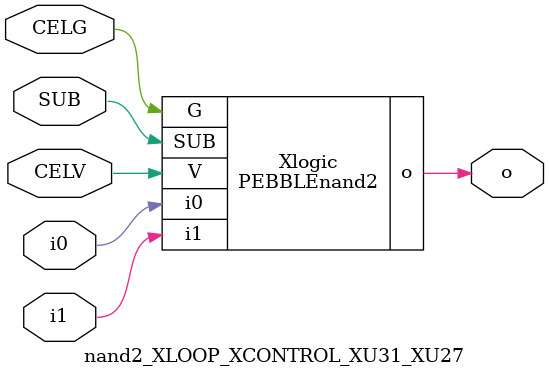
<source format=v>



module PEBBLEnand2 ( o, G, SUB, V, i0, i1 );

  input i0;
  input V;
  input i1;
  input G;
  output o;
  input SUB;
endmodule

//Celera Confidential Do Not Copy nand2_XLOOP_XCONTROL_XU31_XU27
//Celera Confidential Symbol Generator
//5V NAND2
module nand2_XLOOP_XCONTROL_XU31_XU27 (CELV,CELG,i0,i1,o,SUB);
input CELV;
input CELG;
input i0;
input i1;
input SUB;
output o;

//Celera Confidential Do Not Copy nand2
PEBBLEnand2 Xlogic(
.V (CELV),
.i0 (i0),
.i1 (i1),
.o (o),
.SUB (SUB),
.G (CELG)
);
//,diesize,PEBBLEnand2

//Celera Confidential Do Not Copy Module End
//Celera Schematic Generator
endmodule

</source>
